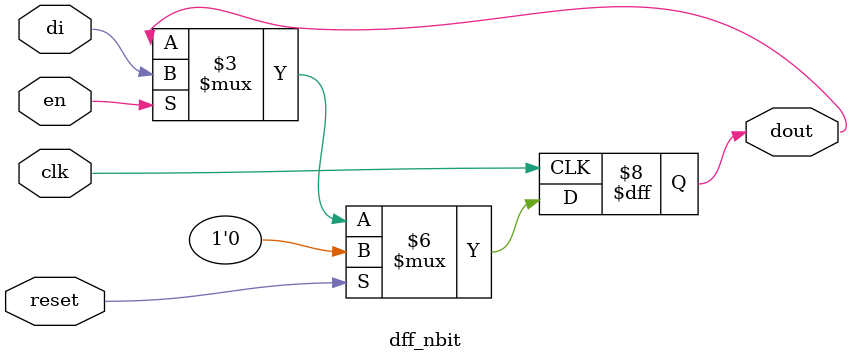
<source format=v>
module dff_nbit #(
    parameter nbit = 1
    )(
        input clk,
        input en,
        input reset,
        input [nbit-1:0] di,
        output reg [nbit-1:0] dout
    );

    always @ (posedge clk) begin
        if (reset)
            dout <= 0;
        else if (en)
            dout <= di;
        else
            dout <= dout;
        end

endmodule
</source>
